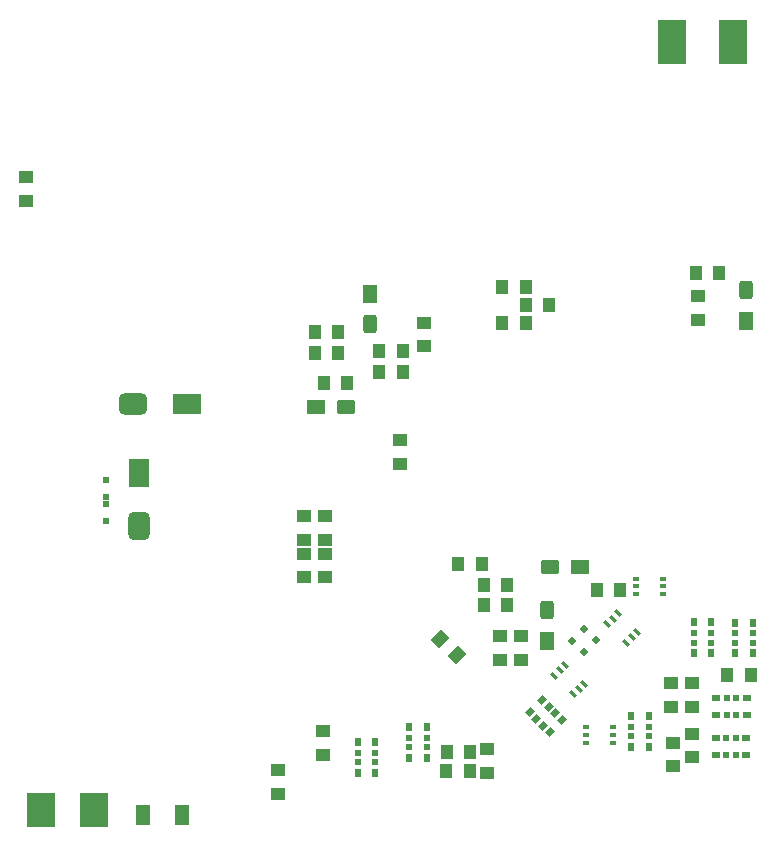
<source format=gbp>
G04*
G04 #@! TF.GenerationSoftware,Altium Limited,Altium Designer,19.1.5 (86)*
G04*
G04 Layer_Color=128*
%FSLAX44Y44*%
%MOMM*%
G71*
G01*
G75*
%ADD20R,1.8000X2.4000*%
G04:AMPARAMS|DCode=21|XSize=1.8mm|YSize=2.4mm|CornerRadius=0.45mm|HoleSize=0mm|Usage=FLASHONLY|Rotation=0.000|XOffset=0mm|YOffset=0mm|HoleType=Round|Shape=RoundedRectangle|*
%AMROUNDEDRECTD21*
21,1,1.8000,1.5000,0,0,0.0*
21,1,0.9000,2.4000,0,0,0.0*
1,1,0.9000,0.4500,-0.7500*
1,1,0.9000,-0.4500,-0.7500*
1,1,0.9000,-0.4500,0.7500*
1,1,0.9000,0.4500,0.7500*
%
%ADD21ROUNDEDRECTD21*%
%ADD22R,2.4000X1.8000*%
G04:AMPARAMS|DCode=23|XSize=1.8mm|YSize=2.4mm|CornerRadius=0.45mm|HoleSize=0mm|Usage=FLASHONLY|Rotation=90.000|XOffset=0mm|YOffset=0mm|HoleType=Round|Shape=RoundedRectangle|*
%AMROUNDEDRECTD23*
21,1,1.8000,1.5000,0,0,90.0*
21,1,0.9000,2.4000,0,0,90.0*
1,1,0.9000,0.7500,0.4500*
1,1,0.9000,0.7500,-0.4500*
1,1,0.9000,-0.7500,-0.4500*
1,1,0.9000,-0.7500,0.4500*
%
%ADD23ROUNDEDRECTD23*%
%ADD24R,0.6000X0.5500*%
%ADD25R,0.6000X0.6500*%
%ADD26R,1.3000X1.0000*%
%ADD29R,1.0000X1.3000*%
%ADD30R,1.6000X1.2000*%
G04:AMPARAMS|DCode=31|XSize=1.6mm|YSize=1.2mm|CornerRadius=0.3mm|HoleSize=0mm|Usage=FLASHONLY|Rotation=0.000|XOffset=0mm|YOffset=0mm|HoleType=Round|Shape=RoundedRectangle|*
%AMROUNDEDRECTD31*
21,1,1.6000,0.6000,0,0,0.0*
21,1,1.0000,1.2000,0,0,0.0*
1,1,0.6000,0.5000,-0.3000*
1,1,0.6000,-0.5000,-0.3000*
1,1,0.6000,-0.5000,0.3000*
1,1,0.6000,0.5000,0.3000*
%
%ADD31ROUNDEDRECTD31*%
%ADD44R,0.5000X0.5000*%
%ADD118P,0.7071X4X270.0*%
G04:AMPARAMS|DCode=119|XSize=0.6mm|YSize=0.35mm|CornerRadius=0mm|HoleSize=0mm|Usage=FLASHONLY|Rotation=135.000|XOffset=0mm|YOffset=0mm|HoleType=Round|Shape=Rectangle|*
%AMROTATEDRECTD119*
4,1,4,0.3359,-0.0884,0.0884,-0.3359,-0.3359,0.0884,-0.0884,0.3359,0.3359,-0.0884,0.0*
%
%ADD119ROTATEDRECTD119*%

%ADD120R,0.6000X0.3500*%
G04:AMPARAMS|DCode=121|XSize=0.6mm|YSize=0.55mm|CornerRadius=0mm|HoleSize=0mm|Usage=FLASHONLY|Rotation=225.000|XOffset=0mm|YOffset=0mm|HoleType=Round|Shape=Rectangle|*
%AMROTATEDRECTD121*
4,1,4,0.0177,0.4066,0.4066,0.0177,-0.0177,-0.4066,-0.4066,-0.0177,0.0177,0.4066,0.0*
%
%ADD121ROTATEDRECTD121*%

%ADD122R,0.5500X0.6000*%
%ADD123R,0.6500X0.6000*%
%ADD124R,1.3000X1.8000*%
G04:AMPARAMS|DCode=125|XSize=1.6mm|YSize=1.2mm|CornerRadius=0.3mm|HoleSize=0mm|Usage=FLASHONLY|Rotation=90.000|XOffset=0mm|YOffset=0mm|HoleType=Round|Shape=RoundedRectangle|*
%AMROUNDEDRECTD125*
21,1,1.6000,0.6000,0,0,90.0*
21,1,1.0000,1.2000,0,0,90.0*
1,1,0.6000,0.3000,0.5000*
1,1,0.6000,0.3000,-0.5000*
1,1,0.6000,-0.3000,-0.5000*
1,1,0.6000,-0.3000,0.5000*
%
%ADD125ROUNDEDRECTD125*%
%ADD126R,1.2000X1.6000*%
G04:AMPARAMS|DCode=127|XSize=1.3mm|YSize=1mm|CornerRadius=0mm|HoleSize=0mm|Usage=FLASHONLY|Rotation=45.000|XOffset=0mm|YOffset=0mm|HoleType=Round|Shape=Rectangle|*
%AMROTATEDRECTD127*
4,1,4,-0.1061,-0.8132,-0.8132,-0.1061,0.1061,0.8132,0.8132,0.1061,-0.1061,-0.8132,0.0*
%
%ADD127ROTATEDRECTD127*%

%ADD128R,2.4500X3.7000*%
%ADD129R,2.4000X3.0000*%
D20*
X1737362Y1477011D02*
D03*
D21*
X1737362Y1432010D02*
D03*
D22*
X1778002Y1535428D02*
D03*
D23*
X1733001Y1535429D02*
D03*
D24*
X2257280Y1340940D02*
D03*
X2242530Y1332940D02*
D03*
Y1340940D02*
D03*
X2257280Y1332940D02*
D03*
X2222254Y1333120D02*
D03*
X2207504Y1341120D02*
D03*
Y1333120D02*
D03*
X2222254Y1341120D02*
D03*
X2154410Y1253600D02*
D03*
X2169160Y1261600D02*
D03*
Y1253600D02*
D03*
X2154410Y1261600D02*
D03*
X1922780Y1240010D02*
D03*
X1937530Y1232010D02*
D03*
Y1240010D02*
D03*
X1922780Y1232010D02*
D03*
X1966450Y1252710D02*
D03*
X1981200Y1244710D02*
D03*
Y1252710D02*
D03*
X1966450Y1244710D02*
D03*
D25*
X2257280Y1349940D02*
D03*
X2242530Y1323940D02*
D03*
Y1349940D02*
D03*
X2257280Y1323940D02*
D03*
X2222254Y1324120D02*
D03*
X2207504Y1350120D02*
D03*
Y1324120D02*
D03*
X2222254Y1350120D02*
D03*
X2154410Y1244600D02*
D03*
X2169160Y1270600D02*
D03*
Y1244600D02*
D03*
X2154410Y1270600D02*
D03*
X1922780Y1249010D02*
D03*
X1937530Y1223010D02*
D03*
Y1249010D02*
D03*
X1922780Y1223010D02*
D03*
X1966450Y1261710D02*
D03*
X1981200Y1235710D02*
D03*
Y1261710D02*
D03*
X1966450Y1235710D02*
D03*
D26*
X2188210Y1298890D02*
D03*
Y1278890D02*
D03*
X2189480Y1248410D02*
D03*
Y1228410D02*
D03*
X2205990Y1278890D02*
D03*
Y1298890D02*
D03*
Y1236030D02*
D03*
Y1256030D02*
D03*
X1855470Y1205230D02*
D03*
Y1225230D02*
D03*
X2032000Y1223010D02*
D03*
Y1243010D02*
D03*
X1893570Y1238250D02*
D03*
Y1258250D02*
D03*
X1642110Y1726880D02*
D03*
Y1706880D02*
D03*
X1978660Y1584010D02*
D03*
Y1604010D02*
D03*
X2211070Y1606550D02*
D03*
Y1626550D02*
D03*
X2061210Y1318580D02*
D03*
Y1338580D02*
D03*
X2043430Y1318580D02*
D03*
Y1338580D02*
D03*
X1958340Y1504630D02*
D03*
Y1484630D02*
D03*
X1877060Y1408430D02*
D03*
Y1388430D02*
D03*
Y1420180D02*
D03*
Y1440180D02*
D03*
X1894840D02*
D03*
Y1420180D02*
D03*
Y1408430D02*
D03*
Y1388430D02*
D03*
D29*
X2235520Y1305560D02*
D03*
X2255520D02*
D03*
X2145030Y1377950D02*
D03*
X2125030D02*
D03*
X2017710Y1224280D02*
D03*
X1997710D02*
D03*
X2018030Y1240790D02*
D03*
X1998030D02*
D03*
X1940880Y1562580D02*
D03*
X1960880D02*
D03*
X1940880Y1579880D02*
D03*
X1960880D02*
D03*
X1886270Y1578610D02*
D03*
X1906270D02*
D03*
X1893990Y1553110D02*
D03*
X1913990D02*
D03*
X1886270Y1596390D02*
D03*
X1906270D02*
D03*
X2208850Y1645920D02*
D03*
X2228850D02*
D03*
X2049460Y1364500D02*
D03*
X2029460D02*
D03*
X2007870Y1399540D02*
D03*
X2027870D02*
D03*
X2049460Y1381760D02*
D03*
X2029460D02*
D03*
X2065020Y1634490D02*
D03*
X2045020D02*
D03*
X2065020Y1619250D02*
D03*
X2085020D02*
D03*
X2065020Y1604010D02*
D03*
X2045020D02*
D03*
D30*
X1887220Y1532890D02*
D03*
X2111340Y1397000D02*
D03*
D31*
X1913220Y1532890D02*
D03*
X2085340Y1397000D02*
D03*
D44*
X1709420Y1470660D02*
D03*
Y1456660D02*
D03*
Y1436370D02*
D03*
Y1450370D02*
D03*
D118*
X2114550Y1344930D02*
D03*
X2124449Y1335031D02*
D03*
X2104390Y1334770D02*
D03*
X2114290Y1324870D02*
D03*
D119*
X2109958Y1293788D02*
D03*
X2114555Y1298384D02*
D03*
X2105362Y1289192D02*
D03*
X2089452Y1305102D02*
D03*
X2098645Y1314294D02*
D03*
X2094048Y1309698D02*
D03*
X2154699Y1337473D02*
D03*
X2159295Y1342069D02*
D03*
X2150103Y1332876D02*
D03*
X2134193Y1348786D02*
D03*
X2143385Y1357979D02*
D03*
X2138789Y1353383D02*
D03*
D120*
X2158580Y1380640D02*
D03*
X2158580Y1387140D02*
D03*
X2158580Y1374140D02*
D03*
X2181080D02*
D03*
X2181080Y1387140D02*
D03*
X2181080Y1380640D02*
D03*
X2116180Y1254910D02*
D03*
X2116180Y1261410D02*
D03*
X2116180Y1248410D02*
D03*
X2138680D02*
D03*
X2138680Y1261410D02*
D03*
X2138680Y1254910D02*
D03*
D121*
X2074217Y1268500D02*
D03*
X2068560Y1274156D02*
D03*
X2095961Y1267616D02*
D03*
X2090304Y1273273D02*
D03*
X2078990Y1284586D02*
D03*
X2084647Y1278930D02*
D03*
X2079874Y1262843D02*
D03*
X2085531Y1257186D02*
D03*
D122*
X2234990Y1237550D02*
D03*
X2242990Y1252300D02*
D03*
X2234990D02*
D03*
X2242990Y1237550D02*
D03*
X2235200Y1271760D02*
D03*
X2243200Y1286510D02*
D03*
X2235200D02*
D03*
X2243200Y1271760D02*
D03*
D123*
X2225990Y1237550D02*
D03*
X2251990Y1252300D02*
D03*
X2225990D02*
D03*
X2251990Y1237550D02*
D03*
X2226200Y1271760D02*
D03*
X2252200Y1286510D02*
D03*
X2226200D02*
D03*
X2252200Y1271760D02*
D03*
D124*
X1740940Y1187450D02*
D03*
X1774190D02*
D03*
D125*
X1932940Y1602425D02*
D03*
X2251710Y1631280D02*
D03*
X2082800Y1360770D02*
D03*
D126*
X1932940Y1628425D02*
D03*
X2251710Y1605280D02*
D03*
X2082800Y1334770D02*
D03*
D127*
X1992458Y1336532D02*
D03*
X2006600Y1322390D02*
D03*
D128*
X2240280Y1841500D02*
D03*
X2188780D02*
D03*
D129*
X1654810Y1191260D02*
D03*
X1699811Y1191259D02*
D03*
M02*

</source>
